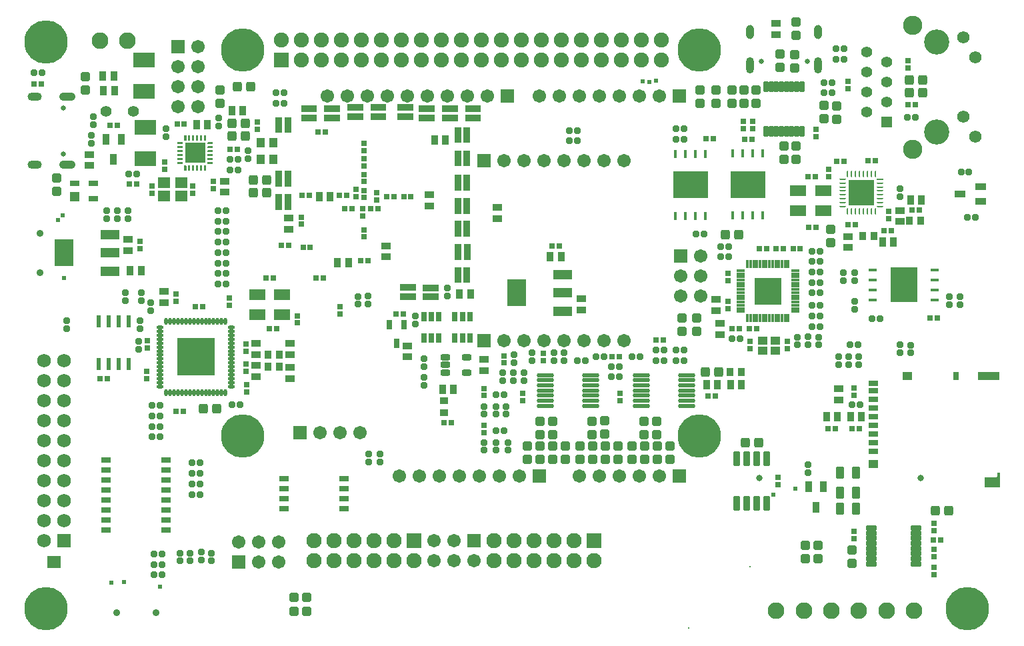
<source format=gbs>
G04*
G04 #@! TF.GenerationSoftware,Altium Limited,Altium Designer,23.11.1 (41)*
G04*
G04 Layer_Color=16711935*
%FSLAX44Y44*%
%MOMM*%
G71*
G04*
G04 #@! TF.SameCoordinates,80CC7D54-6002-4424-B4FD-6ED2CB822836*
G04*
G04*
G04 #@! TF.FilePolarity,Negative*
G04*
G01*
G75*
%ADD25R,0.8000X1.0000*%
%ADD51R,0.6000X1.5500*%
%ADD66R,0.7600X0.7600*%
%ADD67R,1.1532X0.9532*%
G04:AMPARAMS|DCode=74|XSize=0.8032mm|YSize=0.8032mm|CornerRadius=0.1616mm|HoleSize=0mm|Usage=FLASHONLY|Rotation=90.000|XOffset=0mm|YOffset=0mm|HoleType=Round|Shape=RoundedRectangle|*
%AMROUNDEDRECTD74*
21,1,0.8032,0.4800,0,0,90.0*
21,1,0.4800,0.8032,0,0,90.0*
1,1,0.3232,0.2400,0.2400*
1,1,0.3232,0.2400,-0.2400*
1,1,0.3232,-0.2400,-0.2400*
1,1,0.3232,-0.2400,0.2400*
%
%ADD74ROUNDEDRECTD74*%
%ADD75R,0.9532X1.1532*%
G04:AMPARAMS|DCode=82|XSize=0.8032mm|YSize=0.8032mm|CornerRadius=0.1616mm|HoleSize=0mm|Usage=FLASHONLY|Rotation=180.000|XOffset=0mm|YOffset=0mm|HoleType=Round|Shape=RoundedRectangle|*
%AMROUNDEDRECTD82*
21,1,0.8032,0.4800,0,0,180.0*
21,1,0.4800,0.8032,0,0,180.0*
1,1,0.3232,-0.2400,0.2400*
1,1,0.3232,0.2400,0.2400*
1,1,0.3232,0.2400,-0.2400*
1,1,0.3232,-0.2400,-0.2400*
%
%ADD82ROUNDEDRECTD82*%
%ADD83R,0.8382X1.4732*%
G04:AMPARAMS|DCode=85|XSize=1.2032mm|YSize=1.1032mm|CornerRadius=0.2141mm|HoleSize=0mm|Usage=FLASHONLY|Rotation=0.000|XOffset=0mm|YOffset=0mm|HoleType=Round|Shape=RoundedRectangle|*
%AMROUNDEDRECTD85*
21,1,1.2032,0.6750,0,0,0.0*
21,1,0.7750,1.1032,0,0,0.0*
1,1,0.4282,0.3875,-0.3375*
1,1,0.4282,-0.3875,-0.3375*
1,1,0.4282,-0.3875,0.3375*
1,1,0.4282,0.3875,0.3375*
%
%ADD85ROUNDEDRECTD85*%
%ADD87C,0.9000*%
%ADD88C,0.8032*%
%ADD89C,0.5588*%
%ADD90C,5.5032*%
%ADD91C,1.3900*%
%ADD92C,1.9032*%
%ADD93C,1.7032*%
%ADD94C,2.1032*%
%ADD95C,1.9304*%
%ADD96C,1.4032*%
%ADD97C,1.7532*%
%ADD98R,1.7032X1.7032*%
%ADD99C,1.5700*%
%ADD100R,1.7532X1.7532*%
%ADD101R,1.9032X1.9032*%
%ADD102R,1.8796X1.8796*%
%ADD103C,3.2000*%
%ADD104R,1.3900X1.3900*%
%ADD105C,2.4500*%
G04:AMPARAMS|DCode=106|XSize=1mm|YSize=1.8mm|CornerRadius=0.5mm|HoleSize=0mm|Usage=FLASHONLY|Rotation=180.000|XOffset=0mm|YOffset=0mm|HoleType=Round|Shape=RoundedRectangle|*
%AMROUNDEDRECTD106*
21,1,1.0000,0.8000,0,0,180.0*
21,1,0.0000,1.8000,0,0,180.0*
1,1,1.0000,0.0000,0.4000*
1,1,1.0000,0.0000,0.4000*
1,1,1.0000,0.0000,-0.4000*
1,1,1.0000,0.0000,-0.4000*
%
%ADD106ROUNDEDRECTD106*%
G04:AMPARAMS|DCode=107|XSize=1mm|YSize=2.1mm|CornerRadius=0.5mm|HoleSize=0mm|Usage=FLASHONLY|Rotation=180.000|XOffset=0mm|YOffset=0mm|HoleType=Round|Shape=RoundedRectangle|*
%AMROUNDEDRECTD107*
21,1,1.0000,1.1000,0,0,180.0*
21,1,0.0000,2.1000,0,0,180.0*
1,1,1.0000,0.0000,0.5500*
1,1,1.0000,0.0000,0.5500*
1,1,1.0000,0.0000,-0.5500*
1,1,1.0000,0.0000,-0.5500*
%
%ADD107ROUNDEDRECTD107*%
%ADD108C,0.6500*%
%ADD109R,1.7032X1.7032*%
%ADD110C,0.2032*%
G04:AMPARAMS|DCode=111|XSize=1mm|YSize=2.1mm|CornerRadius=0.5mm|HoleSize=0mm|Usage=FLASHONLY|Rotation=270.000|XOffset=0mm|YOffset=0mm|HoleType=Round|Shape=RoundedRectangle|*
%AMROUNDEDRECTD111*
21,1,1.0000,1.1000,0,0,270.0*
21,1,0.0000,2.1000,0,0,270.0*
1,1,1.0000,-0.5500,0.0000*
1,1,1.0000,-0.5500,0.0000*
1,1,1.0000,0.5500,0.0000*
1,1,1.0000,0.5500,0.0000*
%
%ADD111ROUNDEDRECTD111*%
G04:AMPARAMS|DCode=112|XSize=1mm|YSize=1.8mm|CornerRadius=0.5mm|HoleSize=0mm|Usage=FLASHONLY|Rotation=270.000|XOffset=0mm|YOffset=0mm|HoleType=Round|Shape=RoundedRectangle|*
%AMROUNDEDRECTD112*
21,1,1.0000,0.8000,0,0,270.0*
21,1,0.0000,1.8000,0,0,270.0*
1,1,1.0000,-0.4000,0.0000*
1,1,1.0000,-0.4000,0.0000*
1,1,1.0000,0.4000,0.0000*
1,1,1.0000,0.4000,0.0000*
%
%ADD112ROUNDEDRECTD112*%
%ADD113C,0.6096*%
%ADD136R,1.2700X0.7600*%
G04:AMPARAMS|DCode=143|XSize=0.8078mm|YSize=0.2393mm|CornerRadius=0.1196mm|HoleSize=0mm|Usage=FLASHONLY|Rotation=180.000|XOffset=0mm|YOffset=0mm|HoleType=Round|Shape=RoundedRectangle|*
%AMROUNDEDRECTD143*
21,1,0.8078,0.0000,0,0,180.0*
21,1,0.5686,0.2393,0,0,180.0*
1,1,0.2393,-0.2843,0.0000*
1,1,0.2393,0.2843,0.0000*
1,1,0.2393,0.2843,0.0000*
1,1,0.2393,-0.2843,0.0000*
%
%ADD143ROUNDEDRECTD143*%
G04:AMPARAMS|DCode=144|XSize=0.2393mm|YSize=0.8078mm|CornerRadius=0.1196mm|HoleSize=0mm|Usage=FLASHONLY|Rotation=180.000|XOffset=0mm|YOffset=0mm|HoleType=Round|Shape=RoundedRectangle|*
%AMROUNDEDRECTD144*
21,1,0.2393,0.5686,0,0,180.0*
21,1,0.0000,0.8078,0,0,180.0*
1,1,0.2393,0.0000,0.2843*
1,1,0.2393,0.0000,0.2843*
1,1,0.2393,0.0000,-0.2843*
1,1,0.2393,0.0000,-0.2843*
%
%ADD144ROUNDEDRECTD144*%
%ADD146R,3.2000X3.2000*%
%ADD147R,4.4000X3.5000*%
G04:AMPARAMS|DCode=148|XSize=1.0611mm|YSize=0.3925mm|CornerRadius=0.1962mm|HoleSize=0mm|Usage=FLASHONLY|Rotation=90.000|XOffset=0mm|YOffset=0mm|HoleType=Round|Shape=RoundedRectangle|*
%AMROUNDEDRECTD148*
21,1,1.0611,0.0000,0,0,90.0*
21,1,0.6686,0.3925,0,0,90.0*
1,1,0.3925,0.0000,0.3343*
1,1,0.3925,0.0000,-0.3343*
1,1,0.3925,0.0000,-0.3343*
1,1,0.3925,0.0000,0.3343*
%
%ADD148ROUNDEDRECTD148*%
%ADD149R,3.5000X4.4000*%
G04:AMPARAMS|DCode=150|XSize=1.0611mm|YSize=0.3925mm|CornerRadius=0.1962mm|HoleSize=0mm|Usage=FLASHONLY|Rotation=0.000|XOffset=0mm|YOffset=0mm|HoleType=Round|Shape=RoundedRectangle|*
%AMROUNDEDRECTD150*
21,1,1.0611,0.0000,0,0,0.0*
21,1,0.6686,0.3925,0,0,0.0*
1,1,0.3925,0.3343,0.0000*
1,1,0.3925,-0.3343,0.0000*
1,1,0.3925,-0.3343,0.0000*
1,1,0.3925,0.3343,0.0000*
%
%ADD150ROUNDEDRECTD150*%
%ADD151R,2.8000X1.0000*%
%ADD152R,1.2000X1.0000*%
%ADD156C,1.1447*%
%ADD157R,1.2000X0.7000*%
%ADD163R,1.1000X1.3000*%
%ADD164R,2.5000X2.5000*%
%ADD174R,0.3925X1.0611*%
%ADD175R,1.0611X0.3925*%
%ADD176R,0.8078X0.2393*%
%ADD177C,0.2520*%
%ADD184R,1.8000X1.6000*%
%ADD185R,0.8032X1.2032*%
%ADD186R,0.7600X0.7600*%
G04:AMPARAMS|DCode=187|XSize=1.2532mm|YSize=0.8032mm|CornerRadius=0.2516mm|HoleSize=0mm|Usage=FLASHONLY|Rotation=180.000|XOffset=0mm|YOffset=0mm|HoleType=Round|Shape=RoundedRectangle|*
%AMROUNDEDRECTD187*
21,1,1.2532,0.3000,0,0,180.0*
21,1,0.7500,0.8032,0,0,180.0*
1,1,0.5032,-0.3750,0.1500*
1,1,0.5032,0.3750,0.1500*
1,1,0.5032,0.3750,-0.1500*
1,1,0.5032,-0.3750,-0.1500*
%
%ADD187ROUNDEDRECTD187*%
%ADD188O,2.2032X0.5532*%
G04:AMPARAMS|DCode=189|XSize=0.6032mm|YSize=1.4032mm|CornerRadius=0.1516mm|HoleSize=0mm|Usage=FLASHONLY|Rotation=180.000|XOffset=0mm|YOffset=0mm|HoleType=Round|Shape=RoundedRectangle|*
%AMROUNDEDRECTD189*
21,1,0.6032,1.1000,0,0,180.0*
21,1,0.3000,1.4032,0,0,180.0*
1,1,0.3032,-0.1500,0.5500*
1,1,0.3032,0.1500,0.5500*
1,1,0.3032,0.1500,-0.5500*
1,1,0.3032,-0.1500,-0.5500*
%
%ADD189ROUNDEDRECTD189*%
%ADD190R,1.4032X0.8532*%
%ADD191R,2.1032X1.4032*%
%ADD192R,3.4032X3.4032*%
%ADD193R,0.4032X1.0532*%
%ADD194R,1.1532X1.0032*%
G04:AMPARAMS|DCode=195|XSize=1.2032mm|YSize=1.1032mm|CornerRadius=0.2141mm|HoleSize=0mm|Usage=FLASHONLY|Rotation=270.000|XOffset=0mm|YOffset=0mm|HoleType=Round|Shape=RoundedRectangle|*
%AMROUNDEDRECTD195*
21,1,1.2032,0.6750,0,0,270.0*
21,1,0.7750,1.1032,0,0,270.0*
1,1,0.4282,-0.3375,-0.3875*
1,1,0.4282,-0.3375,0.3875*
1,1,0.4282,0.3375,0.3875*
1,1,0.4282,0.3375,-0.3875*
%
%ADD195ROUNDEDRECTD195*%
G04:AMPARAMS|DCode=196|XSize=0.6032mm|YSize=1.4032mm|CornerRadius=0.1516mm|HoleSize=0mm|Usage=FLASHONLY|Rotation=90.000|XOffset=0mm|YOffset=0mm|HoleType=Round|Shape=RoundedRectangle|*
%AMROUNDEDRECTD196*
21,1,0.6032,1.1000,0,0,90.0*
21,1,0.3000,1.4032,0,0,90.0*
1,1,0.3032,0.5500,0.1500*
1,1,0.3032,0.5500,-0.1500*
1,1,0.3032,-0.5500,-0.1500*
1,1,0.3032,-0.5500,0.1500*
%
%ADD196ROUNDEDRECTD196*%
%ADD197R,0.8532X1.4032*%
%ADD198R,2.3532X1.2032*%
G04:AMPARAMS|DCode=199|XSize=0.8532mm|YSize=1.8532mm|CornerRadius=0.1504mm|HoleSize=0mm|Usage=FLASHONLY|Rotation=0.000|XOffset=0mm|YOffset=0mm|HoleType=Round|Shape=RoundedRectangle|*
%AMROUNDEDRECTD199*
21,1,0.8532,1.5525,0,0,0.0*
21,1,0.5525,1.8532,0,0,0.0*
1,1,0.3007,0.2763,-0.7763*
1,1,0.3007,-0.2763,-0.7763*
1,1,0.3007,-0.2763,0.7763*
1,1,0.3007,0.2763,0.7763*
%
%ADD199ROUNDEDRECTD199*%
%ADD200R,1.6032X1.4032*%
%ADD201R,1.2032X1.2032*%
%ADD202O,0.9532X0.4532*%
%ADD203R,4.7032X4.7032*%
%ADD204O,0.4532X0.9532*%
%ADD205R,0.8532X0.5032*%
%ADD206R,0.5032X0.8532*%
%ADD207R,0.8432X1.1232*%
%ADD208R,2.3532X3.4532*%
%ADD209R,1.0532X0.4032*%
%ADD210R,2.7032X1.9032*%
%ADD211R,1.2032X0.8032*%
G04:AMPARAMS|DCode=212|XSize=1.5032mm|YSize=1.0032mm|CornerRadius=0.2016mm|HoleSize=0mm|Usage=FLASHONLY|Rotation=90.000|XOffset=0mm|YOffset=0mm|HoleType=Round|Shape=RoundedRectangle|*
%AMROUNDEDRECTD212*
21,1,1.5032,0.6000,0,0,90.0*
21,1,1.1000,1.0032,0,0,90.0*
1,1,0.4032,0.3000,0.5500*
1,1,0.4032,0.3000,-0.5500*
1,1,0.4032,-0.3000,-0.5500*
1,1,0.4032,-0.3000,0.5500*
%
%ADD212ROUNDEDRECTD212*%
%ADD213R,1.1232X0.8432*%
G36*
X633280Y887807D02*
X633674Y887413D01*
X633887Y886898D01*
Y886620D01*
Y886341D01*
X633674Y885827D01*
X633280Y885433D01*
X632766Y885220D01*
X626987D01*
Y888020D01*
X632766D01*
X633280Y887807D01*
D02*
G37*
G36*
X632487Y893020D02*
X632766D01*
X633280Y892807D01*
X633674Y892413D01*
X633887Y891898D01*
Y891620D01*
Y891341D01*
X633674Y890827D01*
X633280Y890433D01*
X632766Y890220D01*
X626987D01*
Y893020D01*
X632487D01*
Y893020D01*
D02*
G37*
G36*
X633280Y897807D02*
X633674Y897413D01*
X633887Y896898D01*
Y896620D01*
Y896341D01*
X633674Y895827D01*
X633280Y895433D01*
X632766Y895220D01*
X626987D01*
Y898020D01*
X632766D01*
X633280Y897807D01*
D02*
G37*
G36*
X637556Y883532D02*
X637949Y883138D01*
X638162Y882624D01*
Y882345D01*
Y876845D01*
X635363D01*
Y882345D01*
Y882624D01*
X635576Y883138D01*
X635970Y883532D01*
X636484Y883745D01*
X637041D01*
X637556Y883532D01*
D02*
G37*
G36*
X642555D02*
X642949Y883138D01*
X643163Y882624D01*
Y882345D01*
X643163Y876845D01*
X640362D01*
Y882345D01*
Y882624D01*
X640576Y883138D01*
X640969Y883532D01*
X641484Y883745D01*
X642041D01*
X642555Y883532D01*
D02*
G37*
G36*
X647556D02*
X647949Y883138D01*
X648163Y882624D01*
Y882345D01*
Y876845D01*
X645362D01*
Y882345D01*
Y882624D01*
X645576Y883138D01*
X645969Y883532D01*
X646484Y883745D01*
X647041D01*
X647556Y883532D01*
D02*
G37*
G36*
X633280Y902807D02*
X633674Y902413D01*
X633887Y901898D01*
Y901620D01*
Y901341D01*
X633674Y900827D01*
X633280Y900433D01*
X632766Y900220D01*
X626987D01*
Y903020D01*
X632766D01*
X633280Y902807D01*
D02*
G37*
G36*
Y907807D02*
X633674Y907413D01*
X633887Y906898D01*
Y906620D01*
Y906341D01*
X633674Y905827D01*
X633280Y905433D01*
X632766Y905220D01*
X632487D01*
X626987Y905220D01*
Y908020D01*
X632766D01*
X633280Y907807D01*
D02*
G37*
G36*
Y912807D02*
X633674Y912413D01*
X633887Y911898D01*
Y911620D01*
Y911341D01*
X633674Y910827D01*
X633280Y910433D01*
X632766Y910220D01*
X626987D01*
Y913020D01*
X632766D01*
X633280Y912807D01*
D02*
G37*
G36*
X638162Y915895D02*
Y915617D01*
X637949Y915102D01*
X637556Y914708D01*
X637041Y914495D01*
X636484D01*
X635970Y914708D01*
X635576Y915102D01*
X635363Y915617D01*
Y915895D01*
Y921395D01*
X638162D01*
Y915895D01*
D02*
G37*
G36*
X643163D02*
X643163D01*
Y915617D01*
X642949Y915102D01*
X642555Y914708D01*
X642041Y914495D01*
X641484D01*
X640969Y914708D01*
X640576Y915102D01*
X640362Y915617D01*
Y915895D01*
Y921395D01*
X643163D01*
Y915895D01*
D02*
G37*
G36*
X648163D02*
Y915617D01*
X647949Y915102D01*
X647556Y914708D01*
X647041Y914495D01*
X646484D01*
X645969Y914708D01*
X645576Y915102D01*
X645362Y915617D01*
Y915895D01*
Y921395D01*
X648163D01*
Y915895D01*
D02*
G37*
G36*
X663163D02*
Y915617D01*
X662949Y915102D01*
X662555Y914708D01*
X662041Y914495D01*
X661484D01*
X660969Y914708D01*
X660576Y915102D01*
X660362Y915617D01*
Y915895D01*
Y921395D01*
X663163D01*
Y915895D01*
D02*
G37*
G36*
X658163D02*
Y915617D01*
X657949Y915102D01*
X657556Y914708D01*
X657041Y914495D01*
X656484D01*
X655969Y914708D01*
X655576Y915102D01*
X655362Y915617D01*
Y915895D01*
X655362Y921395D01*
X658163D01*
Y915895D01*
D02*
G37*
G36*
X653163D02*
Y915617D01*
X652949Y915102D01*
X652555Y914708D01*
X652041Y914495D01*
X651484D01*
X650969Y914708D01*
X650576Y915102D01*
X650362Y915617D01*
Y915895D01*
Y921395D01*
X653163D01*
Y915895D01*
D02*
G37*
G36*
X671537Y910220D02*
X665759D01*
X665245Y910433D01*
X664851Y910827D01*
X664638Y911341D01*
Y911620D01*
Y911898D01*
X664851Y912413D01*
X665245Y912807D01*
X665759Y913020D01*
X671537D01*
Y910220D01*
D02*
G37*
G36*
Y905220D02*
X666038D01*
Y905220D01*
X665759D01*
X665245Y905433D01*
X664851Y905827D01*
X664638Y906341D01*
Y906620D01*
Y906898D01*
X664851Y907413D01*
X665245Y907807D01*
X665759Y908020D01*
X671537D01*
Y905220D01*
D02*
G37*
G36*
Y900220D02*
X665759D01*
X665245Y900433D01*
X664851Y900827D01*
X664638Y901341D01*
Y901620D01*
Y901898D01*
X664851Y902413D01*
X665245Y902807D01*
X665759Y903020D01*
X671537D01*
Y900220D01*
D02*
G37*
G36*
Y895220D02*
X665759D01*
X665245Y895433D01*
X664851Y895827D01*
X664638Y896341D01*
Y896620D01*
Y896898D01*
X664851Y897413D01*
X665245Y897807D01*
X665759Y898020D01*
X671537D01*
Y895220D01*
D02*
G37*
G36*
Y890220D02*
X665759D01*
X665245Y890433D01*
X664851Y890827D01*
X664638Y891341D01*
Y891620D01*
Y891898D01*
X664851Y892413D01*
X665245Y892807D01*
X665759Y893020D01*
X666038D01*
X671537Y893020D01*
Y890220D01*
D02*
G37*
G36*
Y885220D02*
X665759D01*
X665245Y885433D01*
X664851Y885827D01*
X664638Y886341D01*
Y886620D01*
Y886898D01*
X664851Y887413D01*
X665245Y887807D01*
X665759Y888020D01*
X671537D01*
Y885220D01*
D02*
G37*
G36*
X662555Y883532D02*
X662949Y883138D01*
X663163Y882624D01*
Y882345D01*
Y876845D01*
X660362D01*
Y882345D01*
Y882624D01*
X660576Y883138D01*
X660969Y883532D01*
X661484Y883745D01*
X662041D01*
X662555Y883532D01*
D02*
G37*
G36*
X657556D02*
X657949Y883138D01*
X658163Y882624D01*
Y882345D01*
Y876845D01*
X655362D01*
Y882345D01*
X655362D01*
Y882624D01*
X655576Y883138D01*
X655969Y883532D01*
X656484Y883745D01*
X657041D01*
X657556Y883532D01*
D02*
G37*
G36*
X652555D02*
X652949Y883138D01*
X653163Y882624D01*
Y882345D01*
Y876845D01*
X650362D01*
Y882345D01*
Y882624D01*
X650576Y883138D01*
X650969Y883532D01*
X651484Y883745D01*
X652041D01*
X652555Y883532D01*
D02*
G37*
G36*
X1671350Y474346D02*
X1652350D01*
Y487346D01*
X1666350D01*
X1667850Y488846D01*
Y492846D01*
X1671350D01*
Y474346D01*
D02*
G37*
D25*
X1615850Y615846D02*
D03*
D51*
X527050Y684860D02*
D03*
X539750D02*
D03*
X552450D02*
D03*
X565150D02*
D03*
X552450Y630860D02*
D03*
X527050D02*
D03*
X539750D02*
D03*
X565150D02*
D03*
D66*
X1453725Y869139D02*
D03*
Y878339D02*
D03*
X728000Y938600D02*
D03*
Y929400D02*
D03*
X864000Y862730D02*
D03*
Y871930D02*
D03*
Y842400D02*
D03*
Y851600D02*
D03*
X854000Y843400D02*
D03*
Y852600D02*
D03*
X861963Y819360D02*
D03*
Y828560D02*
D03*
X1065324Y584600D02*
D03*
X1188720Y584680D02*
D03*
X1554480Y1016000D02*
D03*
X1478280Y990120D02*
D03*
X1437640Y929160D02*
D03*
X1357652Y939320D02*
D03*
X1345473D02*
D03*
X1530350Y825020D02*
D03*
X880000Y839400D02*
D03*
X1485900Y600776D02*
D03*
X1401587Y659920D02*
D03*
X1354370Y650720D02*
D03*
X1485900Y409420D02*
D03*
X1587500Y363700D02*
D03*
X1389380Y478000D02*
D03*
X1325880Y737080D02*
D03*
Y701520D02*
D03*
X864000Y902400D02*
D03*
Y891600D02*
D03*
Y801600D02*
D03*
X784000Y808480D02*
D03*
X610870Y878050D02*
D03*
X672467Y853534D02*
D03*
X646430Y856770D02*
D03*
X594795Y847570D02*
D03*
X579000Y786600D02*
D03*
X833000Y704200D02*
D03*
X779331Y683177D02*
D03*
X693000Y714600D02*
D03*
X714000Y647400D02*
D03*
Y622000D02*
D03*
X715000Y595800D02*
D03*
X625000Y719600D02*
D03*
X589000Y660600D02*
D03*
X588000Y612400D02*
D03*
X1485900Y591576D02*
D03*
X1530350Y815820D02*
D03*
X1478280Y980920D02*
D03*
X1554480Y1006800D02*
D03*
X693000Y705400D02*
D03*
X589000Y651400D02*
D03*
X715000Y605000D02*
D03*
X588000Y621600D02*
D03*
X1016000Y544196D02*
D03*
X784000Y817679D02*
D03*
X880000Y848600D02*
D03*
X1016000Y590945D02*
D03*
X1091578Y635480D02*
D03*
X1041400Y641585D02*
D03*
X625000Y710400D02*
D03*
X864000Y792400D02*
D03*
Y911600D02*
D03*
Y882400D02*
D03*
X1389380Y487200D02*
D03*
X1485900Y418620D02*
D03*
X1325880Y710720D02*
D03*
Y746280D02*
D03*
X1016000Y553396D02*
D03*
X1091578Y644680D02*
D03*
X1016000Y600144D02*
D03*
X1041400Y632385D02*
D03*
X779331Y692377D02*
D03*
X1401587Y650720D02*
D03*
X1354370Y659920D02*
D03*
X833000Y695000D02*
D03*
X1345473Y930120D02*
D03*
X1357652D02*
D03*
X1437640Y919960D02*
D03*
X579000Y777400D02*
D03*
X1587500Y419580D02*
D03*
Y428780D02*
D03*
Y395760D02*
D03*
Y386560D02*
D03*
Y372900D02*
D03*
X1065324Y593800D02*
D03*
X1188720Y593880D02*
D03*
X714000Y656600D02*
D03*
Y631200D02*
D03*
X646430Y847570D02*
D03*
X594795Y856770D02*
D03*
X610870Y887250D02*
D03*
X672467Y862735D02*
D03*
D67*
X1016000Y636920D02*
D03*
X919000Y640000D02*
D03*
X1386840Y1049640D02*
D03*
X1544320Y826150D02*
D03*
X947000Y846000D02*
D03*
X1033000Y830000D02*
D03*
X1478280Y779130D02*
D03*
X1466850Y599578D02*
D03*
X892000Y767000D02*
D03*
X1310640Y699120D02*
D03*
X1315720Y668640D02*
D03*
X1140000Y714000D02*
D03*
X768000Y802482D02*
D03*
X514682Y883270D02*
D03*
X686816Y849488D02*
D03*
X564000Y789000D02*
D03*
X769620Y657240D02*
D03*
X726440Y615300D02*
D03*
Y643240D02*
D03*
X769620Y612760D02*
D03*
X610000Y723000D02*
D03*
X1466850Y585578D02*
D03*
X1544320Y812150D02*
D03*
X947000Y832000D02*
D03*
X1478280Y793130D02*
D03*
X768000Y816481D02*
D03*
X1033000Y816000D02*
D03*
X769620Y626760D02*
D03*
Y643240D02*
D03*
X1140000Y700000D02*
D03*
X1310640Y713120D02*
D03*
X892000Y781000D02*
D03*
X919000Y654000D02*
D03*
X1315720Y682640D02*
D03*
X1386840Y1063640D02*
D03*
X564000Y775000D02*
D03*
X1016000Y622920D02*
D03*
X610000Y709000D02*
D03*
X726440Y657240D02*
D03*
Y629300D02*
D03*
X686816Y863488D02*
D03*
X514682Y897270D02*
D03*
D74*
X1124590Y927689D02*
D03*
X1134590D02*
D03*
Y914400D02*
D03*
X1124590D02*
D03*
X1178165Y627968D02*
D03*
X1158320Y640080D02*
D03*
X1269920Y635351D02*
D03*
Y648639D02*
D03*
X1473120Y1017952D02*
D03*
X1564080Y944484D02*
D03*
X703500Y877392D02*
D03*
X565230Y872364D02*
D03*
X454580Y1000760D02*
D03*
X1632000Y875000D02*
D03*
X1622000D02*
D03*
X1640000Y817000D02*
D03*
X1630000D02*
D03*
X688345Y732766D02*
D03*
X678345D02*
D03*
Y746055D02*
D03*
X688345D02*
D03*
X678345Y759343D02*
D03*
X688345D02*
D03*
X678345Y772632D02*
D03*
X688345D02*
D03*
X678505Y785920D02*
D03*
X688505D02*
D03*
X678345Y799209D02*
D03*
X688345D02*
D03*
X678345Y812497D02*
D03*
X688345D02*
D03*
X678345Y825786D02*
D03*
X688345D02*
D03*
X604440Y578399D02*
D03*
X594440D02*
D03*
X604440Y565110D02*
D03*
X594440D02*
D03*
X604440Y551768D02*
D03*
X594440D02*
D03*
X604440Y538480D02*
D03*
X594440D02*
D03*
X655320Y505460D02*
D03*
X645320D02*
D03*
X655240Y492172D02*
D03*
X645240D02*
D03*
X655320Y478883D02*
D03*
X645320D02*
D03*
X655240Y464820D02*
D03*
X645240D02*
D03*
X607060Y363220D02*
D03*
X597060D02*
D03*
X606980Y376508D02*
D03*
X596980D02*
D03*
X606980Y389797D02*
D03*
X596980D02*
D03*
X1490900Y656035D02*
D03*
X1480900D02*
D03*
X1493440Y579120D02*
D03*
X1483440D02*
D03*
X1554080Y944484D02*
D03*
X1168320Y640080D02*
D03*
X1442640Y761226D02*
D03*
X1432640D02*
D03*
X703500Y890680D02*
D03*
X693500D02*
D03*
X1518840Y688366D02*
D03*
X1442640Y692057D02*
D03*
X1285320Y796306D02*
D03*
X1259920Y929640D02*
D03*
Y916234D02*
D03*
X751920Y962072D02*
D03*
X1331040Y662906D02*
D03*
X1031320Y546810D02*
D03*
X1234520Y648639D02*
D03*
X1031320Y592530D02*
D03*
X1442640Y678768D02*
D03*
X1259920Y648639D02*
D03*
X1204040Y640351D02*
D03*
X1508840Y688366D02*
D03*
X1341040Y662906D02*
D03*
X761920Y975360D02*
D03*
X751920D02*
D03*
X761920Y962072D02*
D03*
X1317070Y780368D02*
D03*
X1327070D02*
D03*
X1442640Y774514D02*
D03*
X1432640D02*
D03*
X1317150Y767080D02*
D03*
X1327150D02*
D03*
X1442640Y747937D02*
D03*
X1432640D02*
D03*
X1442560Y734649D02*
D03*
X1432560D02*
D03*
X1269920Y916234D02*
D03*
X1442560Y721360D02*
D03*
X1432560D02*
D03*
X1442640Y705346D02*
D03*
X1432640D02*
D03*
X1269920Y929640D02*
D03*
X1432640Y692057D02*
D03*
X1295320Y796306D02*
D03*
X1432640Y678768D02*
D03*
X1473120Y1031240D02*
D03*
X1463120D02*
D03*
Y1017952D02*
D03*
X1447880Y975360D02*
D03*
X1457880D02*
D03*
X1447880Y988649D02*
D03*
X1457880D02*
D03*
X1244520Y648639D02*
D03*
X1234600Y635351D02*
D03*
X1244600D02*
D03*
X1259920D02*
D03*
X1214040Y640351D02*
D03*
X1145031Y635472D02*
D03*
X1135032D02*
D03*
X1178165Y614680D02*
D03*
X1188165D02*
D03*
Y627968D02*
D03*
X1041320Y546810D02*
D03*
Y592530D02*
D03*
X696040Y579120D02*
D03*
X706040D02*
D03*
X575230Y872364D02*
D03*
X693500Y877392D02*
D03*
X444580Y1000760D02*
D03*
D75*
X977280Y598869D02*
D03*
X1312645Y604496D02*
D03*
X1557640Y839470D02*
D03*
X967120Y915670D02*
D03*
X1536080Y785760D02*
D03*
X1343040Y604496D02*
D03*
X1481440Y563880D02*
D03*
X1450960D02*
D03*
X1114000Y767000D02*
D03*
X998870Y719563D02*
D03*
X821000Y844000D02*
D03*
X710100Y953180D02*
D03*
X664860Y934720D02*
D03*
X532100Y996950D02*
D03*
X532750Y977900D02*
D03*
X829921Y760000D02*
D03*
X581000Y750000D02*
D03*
X1571640Y839470D02*
D03*
X1522080Y785760D02*
D03*
X1100000Y767000D02*
D03*
X843921Y760000D02*
D03*
X984870Y719563D02*
D03*
X1464960Y563880D02*
D03*
X1495440D02*
D03*
X953120Y915670D02*
D03*
X807000Y844000D02*
D03*
X567000Y750000D02*
D03*
X1329040Y604496D02*
D03*
X1298645Y604496D02*
D03*
X963280Y598869D02*
D03*
X696100Y953180D02*
D03*
X650860Y934720D02*
D03*
X546100Y996950D02*
D03*
X546750Y977900D02*
D03*
D82*
X593000Y699000D02*
D03*
Y709000D02*
D03*
X929000Y692000D02*
D03*
Y682000D02*
D03*
X940000Y604000D02*
D03*
X1031240Y521490D02*
D03*
X1016000D02*
D03*
X1031240Y567210D02*
D03*
X1016000Y567290D02*
D03*
X1053512Y609680D02*
D03*
X1040223D02*
D03*
X1118188Y635472D02*
D03*
X1076960D02*
D03*
X1544320Y843360D02*
D03*
X1427480Y502840D02*
D03*
X716788Y901907D02*
D03*
X520000Y945000D02*
D03*
X486000Y676000D02*
D03*
Y686000D02*
D03*
X560796Y721608D02*
D03*
X560796Y711608D02*
D03*
X580810Y711280D02*
D03*
Y721280D02*
D03*
X550592Y825565D02*
D03*
Y815565D02*
D03*
X563880Y825420D02*
D03*
Y815420D02*
D03*
X537303Y825565D02*
D03*
Y815565D02*
D03*
X969556Y717630D02*
D03*
Y727630D02*
D03*
X884000Y517000D02*
D03*
Y507000D02*
D03*
X870000Y517000D02*
D03*
Y507000D02*
D03*
X579120Y675720D02*
D03*
Y685720D02*
D03*
X1466850Y640000D02*
D03*
Y630000D02*
D03*
X1479550Y640000D02*
D03*
Y630000D02*
D03*
X1492250Y640000D02*
D03*
Y630000D02*
D03*
X1544320Y655240D02*
D03*
Y645240D02*
D03*
X1558290Y645160D02*
D03*
Y655160D02*
D03*
X1544320Y853360D02*
D03*
X630000Y391000D02*
D03*
Y381000D02*
D03*
X643000Y391000D02*
D03*
Y381000D02*
D03*
X657000Y392000D02*
D03*
Y382000D02*
D03*
X670000Y381000D02*
D03*
Y391000D02*
D03*
X1487186Y710263D02*
D03*
Y700263D02*
D03*
X716788Y891907D02*
D03*
X1016000Y531490D02*
D03*
X1487170Y746680D02*
D03*
X1016000Y577290D02*
D03*
X1104900Y635472D02*
D03*
X869259Y717062D02*
D03*
X855971Y716982D02*
D03*
X1054134Y642969D02*
D03*
X1607114Y706200D02*
D03*
X1472635Y746765D02*
D03*
X1414321Y655320D02*
D03*
X1076960Y645472D02*
D03*
X1620520Y706200D02*
D03*
X1440898Y655320D02*
D03*
X1040223Y619680D02*
D03*
X1427609Y655480D02*
D03*
X940000Y614000D02*
D03*
X1427480Y492840D02*
D03*
X855971Y706982D02*
D03*
X869259Y707062D02*
D03*
X1472635Y736765D02*
D03*
X1487170Y736680D02*
D03*
X1620520Y716200D02*
D03*
X1607114D02*
D03*
X1414321Y665320D02*
D03*
X1440898D02*
D03*
X1427609Y665480D02*
D03*
X1118188Y645472D02*
D03*
X1104900D02*
D03*
X1066800Y619680D02*
D03*
Y609680D02*
D03*
X1054134Y632969D02*
D03*
X1031240Y577210D02*
D03*
X1053512Y619680D02*
D03*
X1044529Y567210D02*
D03*
Y577210D02*
D03*
X1031240Y531490D02*
D03*
X1046480Y521490D02*
D03*
Y531490D02*
D03*
X940000Y638000D02*
D03*
Y628000D02*
D03*
X577810Y650105D02*
D03*
Y660105D02*
D03*
X679450Y933610D02*
D03*
Y943610D02*
D03*
X612140Y919560D02*
D03*
Y929560D02*
D03*
X520000Y935000D02*
D03*
X517821Y911174D02*
D03*
Y921173D02*
D03*
D83*
X465762Y380000D02*
D03*
X474000D02*
D03*
D85*
X1087200Y558679D02*
D03*
X1103219D02*
D03*
X1153240D02*
D03*
X1169258Y558800D02*
D03*
X1219200Y558679D02*
D03*
X1235219D02*
D03*
X1463819Y958460D02*
D03*
X1412240Y1048140D02*
D03*
X1410415Y1024040D02*
D03*
X1391920Y1024500D02*
D03*
X1330960Y961780D02*
D03*
X680832Y978780D02*
D03*
X510000Y996000D02*
D03*
X473710Y850020D02*
D03*
X1268000Y689500D02*
D03*
Y672500D02*
D03*
X1456690Y802250D02*
D03*
Y785250D02*
D03*
X1286000Y689500D02*
D03*
Y672500D02*
D03*
X680832Y961780D02*
D03*
X1138000Y526660D02*
D03*
X1203960D02*
D03*
X1119237D02*
D03*
X1186056D02*
D03*
X774700Y317382D02*
D03*
X1424161Y383930D02*
D03*
X791090Y317382D02*
D03*
X1483360Y377580D02*
D03*
X1440180Y383930D02*
D03*
X1252016Y526660D02*
D03*
X1087200D02*
D03*
X1440180Y400930D02*
D03*
X1290320Y978780D02*
D03*
Y961780D02*
D03*
X1447800Y959731D02*
D03*
Y942730D02*
D03*
X1463819Y941460D02*
D03*
X1361440Y978780D02*
D03*
Y961780D02*
D03*
X1412240Y1065140D02*
D03*
X1310640Y961780D02*
D03*
Y978780D02*
D03*
X1410415Y1007040D02*
D03*
X1397000Y890660D02*
D03*
Y907660D02*
D03*
X1391920Y1007500D02*
D03*
X1330960Y978780D02*
D03*
X1412240Y890660D02*
D03*
Y907660D02*
D03*
X1346200Y978780D02*
D03*
Y961780D02*
D03*
X1235219Y541679D02*
D03*
X1219200D02*
D03*
X1219979Y509660D02*
D03*
Y526660D02*
D03*
X1235997Y509660D02*
D03*
Y526660D02*
D03*
X1203960Y509660D02*
D03*
X1252016D02*
D03*
X1483360Y394580D02*
D03*
X1087200Y541679D02*
D03*
X1103219D02*
D03*
X1169258Y541800D02*
D03*
X1153240Y541679D02*
D03*
X1087200Y509660D02*
D03*
X1103219D02*
D03*
Y526660D02*
D03*
X1170037Y509660D02*
D03*
Y526660D02*
D03*
X1154018Y509660D02*
D03*
Y526660D02*
D03*
X1138000Y509660D02*
D03*
X1186056D02*
D03*
X1071181D02*
D03*
Y526660D02*
D03*
X1119237Y509660D02*
D03*
X791090Y334382D02*
D03*
X1424161Y400930D02*
D03*
X774700Y334382D02*
D03*
X510000Y979000D02*
D03*
X473710Y867020D02*
D03*
D87*
X452000Y747000D02*
D03*
Y797000D02*
D03*
X600000Y315000D02*
D03*
X550000D02*
D03*
D88*
X1570501Y486002D02*
D03*
X1366000D02*
D03*
D89*
X1290000Y519119D02*
D03*
X1275235Y525235D02*
D03*
X1269119Y540000D02*
D03*
X1275235Y554765D02*
D03*
X1290000Y560881D02*
D03*
X1304765Y554765D02*
D03*
X1310881Y540000D02*
D03*
X1304765Y525235D02*
D03*
X724765D02*
D03*
X730881Y540000D02*
D03*
X724765Y554765D02*
D03*
X710000Y560881D02*
D03*
X695235Y554765D02*
D03*
X689119Y540000D02*
D03*
X695235Y525235D02*
D03*
X710000Y519119D02*
D03*
Y1009119D02*
D03*
X695235Y1015235D02*
D03*
X689119Y1030000D02*
D03*
X695235Y1044765D02*
D03*
X710000Y1050881D02*
D03*
X724765Y1044765D02*
D03*
X730881Y1030000D02*
D03*
X724765Y1015235D02*
D03*
X1304765D02*
D03*
X1310881Y1030000D02*
D03*
X1304765Y1044765D02*
D03*
X1290000Y1050881D02*
D03*
X1275235Y1044765D02*
D03*
X1269119Y1030000D02*
D03*
X1275235Y1015235D02*
D03*
X1290000Y1009119D02*
D03*
X460000Y299119D02*
D03*
X445235Y305235D02*
D03*
X439119Y320000D02*
D03*
X445235Y334765D02*
D03*
X460000Y340881D02*
D03*
X474765Y334765D02*
D03*
X480881Y320000D02*
D03*
X474765Y305235D02*
D03*
X1644765D02*
D03*
X1650881Y320000D02*
D03*
X1644765Y334765D02*
D03*
X1630000Y340881D02*
D03*
X1615235Y334765D02*
D03*
X1609119Y320000D02*
D03*
X1615235Y305235D02*
D03*
X1630000Y299119D02*
D03*
X460000Y1019119D02*
D03*
X445235Y1025235D02*
D03*
X439119Y1040000D02*
D03*
X445235Y1054765D02*
D03*
X460000Y1060881D02*
D03*
X474765Y1054765D02*
D03*
X480881Y1040000D02*
D03*
X474765Y1025235D02*
D03*
D90*
X1290000Y540000D02*
D03*
X710000D02*
D03*
Y1030000D02*
D03*
X1290000D02*
D03*
X460000Y320000D02*
D03*
X1630000D02*
D03*
X460000Y1040000D02*
D03*
D91*
X1502300Y1027300D02*
D03*
X1527700Y963800D02*
D03*
Y989200D02*
D03*
Y1014600D02*
D03*
X1502300Y951100D02*
D03*
Y976500D02*
D03*
Y1001900D02*
D03*
D92*
X1114300Y1042700D02*
D03*
X1165100D02*
D03*
X987300D02*
D03*
X1063500Y1017300D02*
D03*
X1241300D02*
D03*
X911100Y1042700D02*
D03*
X860300Y1017300D02*
D03*
X809500Y1042700D02*
D03*
X961900Y1017300D02*
D03*
X1241300Y1042700D02*
D03*
X1215900D02*
D03*
Y1017300D02*
D03*
X1190500Y1042700D02*
D03*
Y1017300D02*
D03*
X1165100D02*
D03*
X1139700Y1042700D02*
D03*
Y1017300D02*
D03*
X1114300D02*
D03*
X1088900Y1042700D02*
D03*
Y1017300D02*
D03*
X1063500Y1042700D02*
D03*
X1038100D02*
D03*
Y1017300D02*
D03*
X1012700Y1042700D02*
D03*
Y1017300D02*
D03*
X987300D02*
D03*
X961900Y1042700D02*
D03*
X936500D02*
D03*
Y1017300D02*
D03*
X911100D02*
D03*
X885700Y1042700D02*
D03*
Y1017300D02*
D03*
X860300Y1042700D02*
D03*
X834900D02*
D03*
Y1017300D02*
D03*
X809500D02*
D03*
X784100Y1042700D02*
D03*
Y1017300D02*
D03*
X758700Y1042700D02*
D03*
D93*
X1193800Y889000D02*
D03*
X893760Y971800D02*
D03*
X1291400Y717300D02*
D03*
X1193800Y660400D02*
D03*
X1061400Y489200D02*
D03*
X1036000D02*
D03*
X858520Y543560D02*
D03*
X755650Y405130D02*
D03*
X652780Y1033780D02*
D03*
X755650Y379730D02*
D03*
X652780Y1008380D02*
D03*
X959800Y489200D02*
D03*
X652780Y982980D02*
D03*
X1168400Y660400D02*
D03*
X985200Y489200D02*
D03*
X934400D02*
D03*
X1291400Y768100D02*
D03*
X704850Y405130D02*
D03*
X730250Y379730D02*
D03*
X652780Y957580D02*
D03*
X730250Y405130D02*
D03*
X995360Y971800D02*
D03*
X817560D02*
D03*
X842960D02*
D03*
X868360D02*
D03*
X919160D02*
D03*
X944560D02*
D03*
X969960D02*
D03*
X1020760D02*
D03*
X1239200Y489200D02*
D03*
X1213800D02*
D03*
X1188400D02*
D03*
X1163000D02*
D03*
X1137600D02*
D03*
X1266000Y717300D02*
D03*
X1291400Y742700D02*
D03*
X1266000D02*
D03*
X627380Y957580D02*
D03*
Y982980D02*
D03*
Y1008380D02*
D03*
X1168400Y889000D02*
D03*
X1143000D02*
D03*
X1117600D02*
D03*
X1092200D02*
D03*
X1066800D02*
D03*
X1041400D02*
D03*
X952500Y381000D02*
D03*
X977900D02*
D03*
X1003300D02*
D03*
X952500Y406400D02*
D03*
X977900D02*
D03*
X833120Y543560D02*
D03*
X807720D02*
D03*
X909000Y489200D02*
D03*
X1010600D02*
D03*
X1086800Y971800D02*
D03*
X1112200D02*
D03*
X1137600D02*
D03*
X1163000D02*
D03*
X1188400D02*
D03*
X1213800D02*
D03*
X1239200D02*
D03*
X1041400Y660400D02*
D03*
X1066800D02*
D03*
X1092200D02*
D03*
X1117600D02*
D03*
X1143000D02*
D03*
D94*
X1492400Y317500D02*
D03*
X1387400D02*
D03*
X528600Y1041400D02*
D03*
X1422400Y317500D02*
D03*
X1457400D02*
D03*
X563600Y1041400D02*
D03*
X1562400Y317500D02*
D03*
X1527400D02*
D03*
D95*
X1054100Y406400D02*
D03*
Y381000D02*
D03*
X825500Y406400D02*
D03*
Y381000D02*
D03*
X1028700D02*
D03*
Y406400D02*
D03*
X800100Y381000D02*
D03*
Y406400D02*
D03*
X850900Y381000D02*
D03*
X876300D02*
D03*
X901700D02*
D03*
X927100D02*
D03*
X850900Y406400D02*
D03*
X876300D02*
D03*
X901700D02*
D03*
X1130300D02*
D03*
X1104900D02*
D03*
X1079500D02*
D03*
X1155700Y381000D02*
D03*
X1130300D02*
D03*
X1104900D02*
D03*
X1079500D02*
D03*
D96*
X535738Y952246D02*
D03*
X570738D02*
D03*
D97*
X457200Y635000D02*
D03*
Y609600D02*
D03*
Y584200D02*
D03*
Y533400D02*
D03*
Y558800D02*
D03*
Y508000D02*
D03*
Y482600D02*
D03*
Y457200D02*
D03*
Y431800D02*
D03*
X482600Y457200D02*
D03*
Y558800D02*
D03*
Y584200D02*
D03*
Y482600D02*
D03*
Y431800D02*
D03*
Y533400D02*
D03*
Y508000D02*
D03*
Y635000D02*
D03*
Y609600D02*
D03*
X457200Y406400D02*
D03*
D98*
X782320Y543560D02*
D03*
X704850Y379730D02*
D03*
X1046160Y971800D02*
D03*
X1264600Y489200D02*
D03*
X1016000Y889000D02*
D03*
X1003300Y406400D02*
D03*
X1086800Y489200D02*
D03*
X1264600Y971800D02*
D03*
X1016000Y660400D02*
D03*
D99*
X1640200Y919600D02*
D03*
X1625000Y1046100D02*
D03*
Y945000D02*
D03*
X1640200Y1020700D02*
D03*
D100*
X482600Y406400D02*
D03*
D101*
X758700Y1017300D02*
D03*
D102*
X927100Y406400D02*
D03*
X1155700D02*
D03*
D103*
X1591200Y1040000D02*
D03*
Y925700D02*
D03*
D104*
X1527700Y938400D02*
D03*
D105*
X1560700Y1061600D02*
D03*
Y904100D02*
D03*
D106*
X1440700Y1052550D02*
D03*
X1354300D02*
D03*
D107*
X1440700Y1010750D02*
D03*
X1354300D02*
D03*
D108*
X1426400Y1015750D02*
D03*
X1368600D02*
D03*
X482350Y898200D02*
D03*
Y956000D02*
D03*
D109*
X1266000Y768100D02*
D03*
X627380Y1033780D02*
D03*
D110*
X1353913Y373566D02*
D03*
X1276131Y295784D02*
D03*
D111*
X487350Y883900D02*
D03*
Y970300D02*
D03*
D112*
X445550Y883900D02*
D03*
Y970300D02*
D03*
D113*
X605000Y348000D02*
D03*
X559000Y354000D02*
D03*
X543000Y353000D02*
D03*
X1234417Y991108D02*
D03*
X1226000Y989000D02*
D03*
X1218000Y990000D02*
D03*
X483000Y740000D02*
D03*
X481000Y820000D02*
D03*
X475000Y814000D02*
D03*
X1412000Y473000D02*
D03*
X1384000Y465000D02*
D03*
D136*
X838200Y485140D02*
D03*
Y472440D02*
D03*
Y459740D02*
D03*
Y447040D02*
D03*
X762000Y472440D02*
D03*
Y485140D02*
D03*
Y459740D02*
D03*
Y447040D02*
D03*
X535940Y496570D02*
D03*
Y433070D02*
D03*
Y483870D02*
D03*
Y458470D02*
D03*
Y471170D02*
D03*
Y445770D02*
D03*
Y509270D02*
D03*
Y420370D02*
D03*
X612140Y509270D02*
D03*
Y496570D02*
D03*
Y483870D02*
D03*
Y471170D02*
D03*
Y458470D02*
D03*
Y445770D02*
D03*
Y433070D02*
D03*
Y420370D02*
D03*
D143*
X1519191Y850860D02*
D03*
Y830860D02*
D03*
X1471688Y865860D02*
D03*
Y855860D02*
D03*
Y835860D02*
D03*
X1519191Y845860D02*
D03*
X1471688Y860860D02*
D03*
X1519191Y855860D02*
D03*
X1471688Y840860D02*
D03*
X1519191Y860860D02*
D03*
Y840860D02*
D03*
Y835860D02*
D03*
X1471688Y830860D02*
D03*
Y845860D02*
D03*
Y850860D02*
D03*
D144*
X1497940Y872112D02*
D03*
X1492940Y824608D02*
D03*
X1482940Y872112D02*
D03*
X1477940D02*
D03*
X1502940D02*
D03*
X1487940D02*
D03*
X1492940D02*
D03*
X1507940D02*
D03*
X1512940Y824608D02*
D03*
X1507940D02*
D03*
X1502940D02*
D03*
X1497940D02*
D03*
X1487940D02*
D03*
X1482940D02*
D03*
X1477940D02*
D03*
X1512940Y872112D02*
D03*
D146*
X1495440Y848360D02*
D03*
D147*
X1351280Y858979D02*
D03*
X1278261Y858520D02*
D03*
D148*
X1332230Y819724D02*
D03*
X1259212Y819265D02*
D03*
X1284612Y897775D02*
D03*
X1271911D02*
D03*
X1259212D02*
D03*
X1271911Y819265D02*
D03*
X1284612D02*
D03*
X1297312Y897775D02*
D03*
X1370330Y898234D02*
D03*
X1357630D02*
D03*
X1344930D02*
D03*
X1332230D02*
D03*
X1344930Y819724D02*
D03*
X1357630D02*
D03*
D149*
X1549400Y731520D02*
D03*
D150*
X1510145Y750570D02*
D03*
Y737870D02*
D03*
Y725170D02*
D03*
X1588655D02*
D03*
Y737870D02*
D03*
Y750570D02*
D03*
Y712470D02*
D03*
D151*
X1657350Y615846D02*
D03*
D152*
X1553850D02*
D03*
X1510850Y504346D02*
D03*
D156*
X1664991Y480706D02*
D03*
D157*
X1510850Y574846D02*
D03*
Y606346D02*
D03*
Y552846D02*
D03*
Y519846D02*
D03*
Y530846D02*
D03*
Y541846D02*
D03*
Y563846D02*
D03*
Y585846D02*
D03*
Y596846D02*
D03*
D163*
X748660Y891200D02*
D03*
X732160D02*
D03*
Y912200D02*
D03*
X748660D02*
D03*
D164*
X649262Y899120D02*
D03*
D174*
X1297312Y819265D02*
D03*
X1370330Y819724D02*
D03*
D175*
X1510145Y712470D02*
D03*
D176*
X1519191Y865860D02*
D03*
D177*
X668087Y906620D02*
D03*
X630438Y886620D02*
D03*
Y891620D02*
D03*
Y896620D02*
D03*
X628387Y901620D02*
D03*
Y906620D02*
D03*
Y911620D02*
D03*
X668087D02*
D03*
Y901620D02*
D03*
X668231Y896620D02*
D03*
Y891620D02*
D03*
Y886620D02*
D03*
X636763Y917945D02*
D03*
X641762D02*
D03*
X646762D02*
D03*
X651762Y919995D02*
D03*
X656762D02*
D03*
X661762D02*
D03*
Y880295D02*
D03*
X656762D02*
D03*
X651762D02*
D03*
X646762Y880152D02*
D03*
X641762D02*
D03*
X636763D02*
D03*
D184*
X469881Y380000D02*
D03*
D185*
X896000Y681000D02*
D03*
X915000Y681000D02*
D03*
X905500Y657000D02*
D03*
X949429Y664443D02*
D03*
X988697D02*
D03*
X979197D02*
D03*
X939929Y691443D02*
D03*
X998197D02*
D03*
Y664443D02*
D03*
X958929Y691443D02*
D03*
X979197D02*
D03*
X958929Y664443D02*
D03*
X939929D02*
D03*
X949429Y691443D02*
D03*
X988697D02*
D03*
D186*
X904720Y694249D02*
D03*
X913920Y694249D02*
D03*
X1310160Y590147D02*
D03*
X1563680Y960120D02*
D03*
X1504160Y889000D02*
D03*
X1463885Y888590D02*
D03*
X1347160Y916138D02*
D03*
X1559560Y826770D02*
D03*
X1533680Y800108D02*
D03*
X1437160Y869188D02*
D03*
X1487960Y807720D02*
D03*
X1428440Y804893D02*
D03*
X1307620Y916940D02*
D03*
X892901Y844000D02*
D03*
X923424D02*
D03*
X786400Y779000D02*
D03*
X872514Y828195D02*
D03*
X1417843Y777240D02*
D03*
X1582900Y689610D02*
D03*
X1387320Y777240D02*
D03*
X1365974D02*
D03*
X1353030Y675640D02*
D03*
X1595910Y407670D02*
D03*
X1483840Y548640D02*
D03*
X1453360D02*
D03*
X1111600Y781000D02*
D03*
X868600Y762000D02*
D03*
X1331440Y675640D02*
D03*
X974880Y556580D02*
D03*
X805660Y925830D02*
D03*
X785400Y845000D02*
D03*
X703100Y903413D02*
D03*
X848600Y828000D02*
D03*
X841600Y845000D02*
D03*
X768340Y781590D02*
D03*
X626370Y935990D02*
D03*
X454180Y986790D02*
D03*
X565630Y859631D02*
D03*
X812320Y740410D02*
D03*
X748600Y740000D02*
D03*
X658600Y704000D02*
D03*
X743400Y675704D02*
D03*
X538000Y612140D02*
D03*
X634200Y571000D02*
D03*
X444980Y986790D02*
D03*
X1478760Y807720D02*
D03*
X1568760Y826770D02*
D03*
X1513360Y889000D02*
D03*
X1554480Y960120D02*
D03*
X649400Y704000D02*
D03*
X625000Y571000D02*
D03*
X1102400Y781000D02*
D03*
X1298420Y916940D02*
D03*
X1524480Y800108D02*
D03*
X693900Y903413D02*
D03*
X795600Y779000D02*
D03*
X859400Y762000D02*
D03*
X1473085Y888590D02*
D03*
X1179040Y640702D02*
D03*
X832400Y845000D02*
D03*
X902101Y844000D02*
D03*
X881714Y828195D02*
D03*
X839400Y828000D02*
D03*
X528800Y612140D02*
D03*
X759140Y781590D02*
D03*
X794600Y845000D02*
D03*
X914224Y844000D02*
D03*
X814860Y925830D02*
D03*
X1462560Y548640D02*
D03*
X1375174Y777240D02*
D03*
X1356360Y916138D02*
D03*
X1408642Y777240D02*
D03*
X1340640Y675640D02*
D03*
X1493040Y548640D02*
D03*
X1592100Y689610D02*
D03*
X1234920Y661373D02*
D03*
X1244120D02*
D03*
X1188240Y640702D02*
D03*
X803120Y740410D02*
D03*
X1362230Y675640D02*
D03*
X1396520Y777240D02*
D03*
X1427960Y869188D02*
D03*
X1586710Y407670D02*
D03*
X1300960Y590147D02*
D03*
X965680Y556580D02*
D03*
X1437640Y804893D02*
D03*
X739400Y740000D02*
D03*
X752600Y675704D02*
D03*
X574830Y859631D02*
D03*
X635569Y935990D02*
D03*
X550700Y934280D02*
D03*
X541500D02*
D03*
D187*
X966940Y629920D02*
D03*
Y620420D02*
D03*
X966940Y639420D02*
D03*
X993940Y639420D02*
D03*
X993940Y620420D02*
D03*
D188*
X1151680Y597569D02*
D03*
X1273792Y610447D02*
D03*
Y597447D02*
D03*
Y584447D02*
D03*
Y616947D02*
D03*
Y603947D02*
D03*
Y590947D02*
D03*
Y577947D02*
D03*
X1215791Y616947D02*
D03*
X1215791Y610447D02*
D03*
X1215791Y603947D02*
D03*
X1215791Y597447D02*
D03*
X1215791Y590947D02*
D03*
X1215791Y584447D02*
D03*
X1215791Y577947D02*
D03*
X1093680Y578069D02*
D03*
X1093680Y584569D02*
D03*
X1093680Y591069D02*
D03*
X1093680Y597569D02*
D03*
X1093680Y604068D02*
D03*
X1093680Y610569D02*
D03*
X1093680Y617068D02*
D03*
X1151680Y578069D02*
D03*
Y584569D02*
D03*
Y591068D02*
D03*
Y604068D02*
D03*
Y610569D02*
D03*
Y617068D02*
D03*
D189*
X1419750Y983540D02*
D03*
X1374250D02*
D03*
X1380750D02*
D03*
X1387250D02*
D03*
X1393750D02*
D03*
X1400250D02*
D03*
X1406750D02*
D03*
X1413250D02*
D03*
X1374250Y926540D02*
D03*
X1380750D02*
D03*
X1387250D02*
D03*
X1393750D02*
D03*
X1400250D02*
D03*
X1406750D02*
D03*
X1413250D02*
D03*
X1419750D02*
D03*
D190*
X1647000Y837500D02*
D03*
X1621000Y847000D02*
D03*
X1647000Y856500D02*
D03*
D191*
X1447280Y850992D02*
D03*
X1415280Y825992D02*
D03*
X760000Y718901D02*
D03*
X728000Y693901D02*
D03*
X1415280Y850992D02*
D03*
X1447280Y825992D02*
D03*
X728000Y718901D02*
D03*
X760000Y693901D02*
D03*
D192*
X1376680Y723739D02*
D03*
D193*
X1386680Y689239D02*
D03*
X1350680D02*
D03*
X1374680Y758239D02*
D03*
X1370680D02*
D03*
X1354680D02*
D03*
X1350680D02*
D03*
X1374680Y689239D02*
D03*
X1402680Y758239D02*
D03*
X1398680D02*
D03*
X1394680D02*
D03*
X1390680D02*
D03*
X1386680D02*
D03*
X1382680D02*
D03*
X1378680D02*
D03*
X1366680D02*
D03*
X1362680D02*
D03*
X1358680D02*
D03*
X1354680Y689239D02*
D03*
X1358680D02*
D03*
X1362680D02*
D03*
X1366680D02*
D03*
X1370680D02*
D03*
X1378680D02*
D03*
X1382680D02*
D03*
X1390680D02*
D03*
X1394680D02*
D03*
X1398680D02*
D03*
X1402680D02*
D03*
D194*
X1386229Y661071D02*
D03*
X1369729Y648072D02*
D03*
Y661071D02*
D03*
X1386229Y648072D02*
D03*
D195*
X1606160Y444500D02*
D03*
X659520Y574040D02*
D03*
X1573140Y975360D02*
D03*
X1556140D02*
D03*
X1573140Y991379D02*
D03*
X1556140D02*
D03*
X740500Y848343D02*
D03*
X702700Y982980D02*
D03*
X719700D02*
D03*
X723500Y848343D02*
D03*
Y864361D02*
D03*
X740500D02*
D03*
X1339280Y795400D02*
D03*
X1322280D02*
D03*
X1589160Y444500D02*
D03*
X1314060Y620764D02*
D03*
X1297060D02*
D03*
X1364860Y530860D02*
D03*
X1347860D02*
D03*
X676520Y574040D02*
D03*
X696350Y936911D02*
D03*
X713350D02*
D03*
X713383Y920892D02*
D03*
X696384D02*
D03*
D196*
X1508200Y409800D02*
D03*
Y390300D02*
D03*
Y377300D02*
D03*
Y416300D02*
D03*
X1508200Y383800D02*
D03*
X1508200Y396800D02*
D03*
Y403300D02*
D03*
Y422800D02*
D03*
X1565200Y377300D02*
D03*
X1565200Y383800D02*
D03*
X1565200Y390300D02*
D03*
Y396800D02*
D03*
Y403300D02*
D03*
Y409800D02*
D03*
Y416300D02*
D03*
Y422800D02*
D03*
D197*
X1447140Y475280D02*
D03*
X545725Y890681D02*
D03*
X555225Y916681D02*
D03*
X536225D02*
D03*
X1428140Y475280D02*
D03*
X1437640Y449280D02*
D03*
D198*
X1116370Y744360D02*
D03*
X541541Y795162D02*
D03*
X1116370Y698360D02*
D03*
Y721360D02*
D03*
X541541Y749161D02*
D03*
Y772161D02*
D03*
D199*
X1337207Y510850D02*
D03*
X1375307Y454350D02*
D03*
Y510850D02*
D03*
X1362607Y454350D02*
D03*
X1349907D02*
D03*
X1337207D02*
D03*
X1349907Y510850D02*
D03*
X1362607D02*
D03*
D200*
X631600Y861271D02*
D03*
X609600Y844270D02*
D03*
Y861271D02*
D03*
X631600Y844270D02*
D03*
D201*
X496000Y843400D02*
D03*
D202*
X695490Y677580D02*
D03*
Y657580D02*
D03*
Y632580D02*
D03*
Y627580D02*
D03*
Y617580D02*
D03*
Y607580D02*
D03*
X604990Y672580D02*
D03*
Y612580D02*
D03*
Y677580D02*
D03*
Y667580D02*
D03*
Y662580D02*
D03*
Y657580D02*
D03*
Y652580D02*
D03*
Y642580D02*
D03*
Y637580D02*
D03*
Y632580D02*
D03*
Y627580D02*
D03*
Y622580D02*
D03*
Y617580D02*
D03*
Y607580D02*
D03*
Y602580D02*
D03*
X695490D02*
D03*
Y612580D02*
D03*
Y622580D02*
D03*
Y637580D02*
D03*
Y642580D02*
D03*
Y647580D02*
D03*
Y652580D02*
D03*
Y662580D02*
D03*
Y667580D02*
D03*
Y672580D02*
D03*
X604990Y647580D02*
D03*
D203*
X650240Y640080D02*
D03*
D204*
X647740Y594830D02*
D03*
X622740Y685330D02*
D03*
X687740D02*
D03*
X682740D02*
D03*
X677740D02*
D03*
X672740D02*
D03*
X667740D02*
D03*
X662740D02*
D03*
X657740D02*
D03*
X652740D02*
D03*
X642740D02*
D03*
X637740D02*
D03*
X632740D02*
D03*
X627740D02*
D03*
X612740D02*
D03*
Y594830D02*
D03*
X622740D02*
D03*
X627740D02*
D03*
X632740D02*
D03*
X637740D02*
D03*
X642740D02*
D03*
X652740D02*
D03*
X657740D02*
D03*
X662740D02*
D03*
X667740D02*
D03*
X677740D02*
D03*
X682740D02*
D03*
X687740D02*
D03*
X647740Y685330D02*
D03*
X617740D02*
D03*
Y594830D02*
D03*
X672740D02*
D03*
D205*
X755650Y829390D02*
D03*
Y834390D02*
D03*
X755650Y839390D02*
D03*
Y844390D02*
D03*
X767150Y829390D02*
D03*
Y834390D02*
D03*
Y839390D02*
D03*
Y844390D02*
D03*
Y873679D02*
D03*
Y868679D02*
D03*
Y863679D02*
D03*
Y858679D02*
D03*
X755650Y873679D02*
D03*
Y868679D02*
D03*
X755650Y863679D02*
D03*
Y858679D02*
D03*
Y927180D02*
D03*
Y932180D02*
D03*
X755650Y937180D02*
D03*
Y942180D02*
D03*
X767150Y927180D02*
D03*
Y932180D02*
D03*
Y937180D02*
D03*
Y942180D02*
D03*
X994480Y914480D02*
D03*
Y919480D02*
D03*
Y924480D02*
D03*
Y929480D02*
D03*
X982980Y914480D02*
D03*
Y929480D02*
D03*
Y924480D02*
D03*
Y919480D02*
D03*
X994480Y884757D02*
D03*
Y889757D02*
D03*
Y894757D02*
D03*
Y899757D02*
D03*
X982980Y889757D02*
D03*
Y894757D02*
D03*
Y884757D02*
D03*
Y899757D02*
D03*
X994480Y853756D02*
D03*
Y858756D02*
D03*
Y863756D02*
D03*
Y868756D02*
D03*
X982980Y863756D02*
D03*
Y868756D02*
D03*
Y858756D02*
D03*
Y853756D02*
D03*
X994480Y824467D02*
D03*
Y829467D02*
D03*
X994480Y834467D02*
D03*
X994480Y839467D02*
D03*
X982980Y824467D02*
D03*
Y829467D02*
D03*
Y839467D02*
D03*
Y834467D02*
D03*
X994480Y795179D02*
D03*
Y800179D02*
D03*
Y805179D02*
D03*
Y810179D02*
D03*
X982980Y810179D02*
D03*
Y795179D02*
D03*
Y800179D02*
D03*
Y805179D02*
D03*
X994908Y780890D02*
D03*
Y775890D02*
D03*
X994908Y770890D02*
D03*
Y765890D02*
D03*
X983408Y770890D02*
D03*
Y765890D02*
D03*
Y775890D02*
D03*
Y780890D02*
D03*
X982980Y736601D02*
D03*
Y741601D02*
D03*
Y746601D02*
D03*
Y751601D02*
D03*
X994480Y736601D02*
D03*
Y741601D02*
D03*
Y746601D02*
D03*
Y751601D02*
D03*
D206*
X801389Y955040D02*
D03*
X796389D02*
D03*
X791389D02*
D03*
X786389D02*
D03*
X791389Y943540D02*
D03*
X786389D02*
D03*
X801389D02*
D03*
X796389D02*
D03*
X815677Y955040D02*
D03*
X820677D02*
D03*
X825677Y955040D02*
D03*
X830677D02*
D03*
X815677Y943540D02*
D03*
X820677D02*
D03*
X825677D02*
D03*
X830677D02*
D03*
X860000Y956655D02*
D03*
X855000D02*
D03*
X850000D02*
D03*
X845000D02*
D03*
X855000Y945155D02*
D03*
X850000D02*
D03*
X845000D02*
D03*
X860000Y945155D02*
D03*
X889469Y956655D02*
D03*
X884469D02*
D03*
X879469D02*
D03*
X874469D02*
D03*
X884469Y945155D02*
D03*
X879469D02*
D03*
X874469D02*
D03*
X889469D02*
D03*
X924049D02*
D03*
X909049D02*
D03*
X914049D02*
D03*
X919049D02*
D03*
X909049Y956655D02*
D03*
X914049D02*
D03*
X919049Y956655D02*
D03*
X924049D02*
D03*
X951070Y955040D02*
D03*
X946070D02*
D03*
X941070D02*
D03*
X936070D02*
D03*
X941070Y943540D02*
D03*
X946070D02*
D03*
X951070D02*
D03*
X936070D02*
D03*
X1009647Y955040D02*
D03*
X1004647D02*
D03*
X999647Y955040D02*
D03*
X994647D02*
D03*
X1004647Y943540D02*
D03*
X1009647Y943540D02*
D03*
X994647Y943540D02*
D03*
X999647D02*
D03*
X980359Y955040D02*
D03*
X975359D02*
D03*
X970359D02*
D03*
X965359D02*
D03*
X965359Y943540D02*
D03*
X980359Y943540D02*
D03*
X975359D02*
D03*
X970359D02*
D03*
X946230Y727710D02*
D03*
X951230D02*
D03*
X941230Y716210D02*
D03*
X946230D02*
D03*
X951230Y716210D02*
D03*
X956230Y716210D02*
D03*
Y727710D02*
D03*
X941230D02*
D03*
X911942Y717008D02*
D03*
X916941D02*
D03*
X921942D02*
D03*
X926942D02*
D03*
X911942Y728508D02*
D03*
X926942Y728508D02*
D03*
X921942D02*
D03*
X916941D02*
D03*
D207*
X1556070Y812800D02*
D03*
X1570670D02*
D03*
X1496700Y793750D02*
D03*
X1511300D02*
D03*
X756600Y627380D02*
D03*
Y642620D02*
D03*
X1328740Y620764D02*
D03*
X1343340D02*
D03*
X742000Y642620D02*
D03*
Y627380D02*
D03*
D208*
X1057870Y721360D02*
D03*
X483041Y772161D02*
D03*
D209*
X1342180Y749739D02*
D03*
Y713739D02*
D03*
X1411180D02*
D03*
Y749739D02*
D03*
Y717739D02*
D03*
Y709739D02*
D03*
Y705739D02*
D03*
X1342180Y745739D02*
D03*
Y741739D02*
D03*
Y737739D02*
D03*
Y733739D02*
D03*
Y729738D02*
D03*
Y725739D02*
D03*
Y721739D02*
D03*
Y717739D02*
D03*
Y709739D02*
D03*
Y705739D02*
D03*
Y701739D02*
D03*
Y697739D02*
D03*
X1411180D02*
D03*
Y701739D02*
D03*
Y721739D02*
D03*
Y725739D02*
D03*
Y729738D02*
D03*
Y733739D02*
D03*
Y737739D02*
D03*
Y741739D02*
D03*
Y745739D02*
D03*
D210*
X586268Y931860D02*
D03*
Y891860D02*
D03*
X584200Y976950D02*
D03*
Y1016950D02*
D03*
D211*
X520000Y841400D02*
D03*
Y860400D02*
D03*
X496000D02*
D03*
D212*
X1468280Y467360D02*
D03*
X1488280D02*
D03*
Y447040D02*
D03*
X1468280D02*
D03*
X1488280Y492760D02*
D03*
X1468280D02*
D03*
D213*
X965200Y569600D02*
D03*
Y584200D02*
D03*
M02*

</source>
